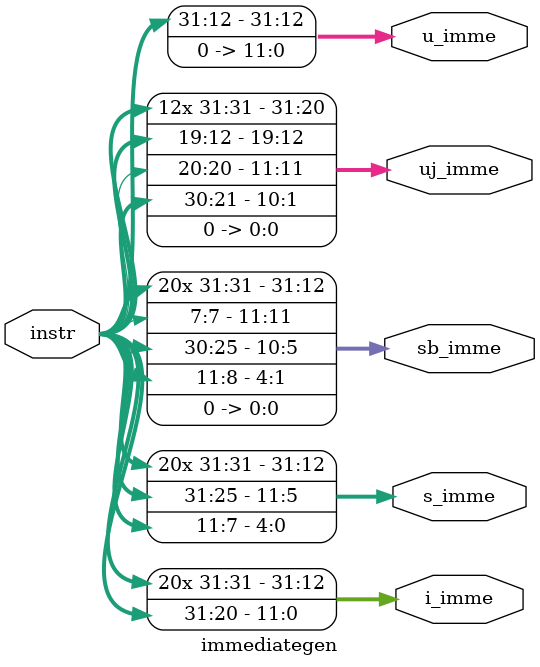
<source format=sv>
module immediategen (
    input wire [31:0]instr,
    output reg [31:0] i_imme,
    output reg [31:0] s_imme,
    output reg [31:0] sb_imme,
    output reg [31:0] uj_imme,
    output reg [31:0] u_imme
);

    always @(*) begin
        i_imme  = {{20{instr[31]}}, instr[31:20]};
        s_imme  = {{20{instr[31]}}, instr[31:25], instr[11:7]};
        sb_imme = {{19{instr[31]}},instr[31],instr[7],instr[30:25],instr[11:8],1'b0};
        uj_imme = {{11{instr[31]}},instr[31],instr[19:12],instr[20],instr[30:21],1'b0};
        u_imme  = {{instr[31:12]},12'b0};
    end
endmodule
</source>
